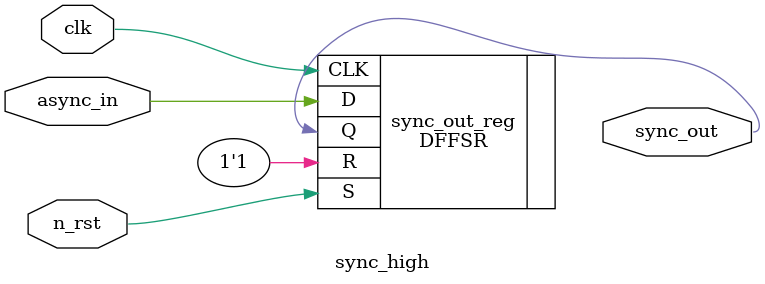
<source format=v>


module sync_high ( clk, n_rst, async_in, sync_out );
  input clk, n_rst, async_in;
  output sync_out;


  DFFSR sync_out_reg ( .D(async_in), .CLK(clk), .R(1'b1), .S(n_rst), .Q(
        sync_out) );
endmodule


</source>
